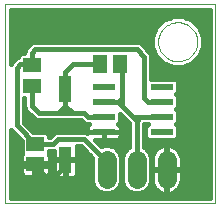
<source format=gtl>
G75*
G70*
%OFA0B0*%
%FSLAX24Y24*%
%IPPOS*%
%LPD*%
%AMOC8*
5,1,8,0,0,1.08239X$1,22.5*
%
%ADD10C,0.0000*%
%ADD11R,0.0780X0.0220*%
%ADD12R,0.0591X0.0512*%
%ADD13R,0.0512X0.0591*%
%ADD14C,0.0640*%
%ADD15R,0.0420X0.0860*%
%ADD16C,0.0160*%
%ADD17C,0.0436*%
D10*
X001572Y006097D02*
X001572Y012718D01*
X008567Y012718D01*
X008567Y006097D01*
X001572Y006097D01*
X006672Y011472D02*
X006674Y011522D01*
X006680Y011572D01*
X006690Y011622D01*
X006703Y011670D01*
X006720Y011718D01*
X006741Y011764D01*
X006765Y011808D01*
X006793Y011850D01*
X006824Y011890D01*
X006858Y011927D01*
X006895Y011962D01*
X006934Y011993D01*
X006975Y012022D01*
X007019Y012047D01*
X007065Y012069D01*
X007112Y012087D01*
X007160Y012101D01*
X007209Y012112D01*
X007259Y012119D01*
X007309Y012122D01*
X007360Y012121D01*
X007410Y012116D01*
X007460Y012107D01*
X007508Y012095D01*
X007556Y012078D01*
X007602Y012058D01*
X007647Y012035D01*
X007690Y012008D01*
X007730Y011978D01*
X007768Y011945D01*
X007803Y011909D01*
X007836Y011870D01*
X007865Y011829D01*
X007891Y011786D01*
X007914Y011741D01*
X007933Y011694D01*
X007948Y011646D01*
X007960Y011597D01*
X007968Y011547D01*
X007972Y011497D01*
X007972Y011447D01*
X007968Y011397D01*
X007960Y011347D01*
X007948Y011298D01*
X007933Y011250D01*
X007914Y011203D01*
X007891Y011158D01*
X007865Y011115D01*
X007836Y011074D01*
X007803Y011035D01*
X007768Y010999D01*
X007730Y010966D01*
X007690Y010936D01*
X007647Y010909D01*
X007602Y010886D01*
X007556Y010866D01*
X007508Y010849D01*
X007460Y010837D01*
X007410Y010828D01*
X007360Y010823D01*
X007309Y010822D01*
X007259Y010825D01*
X007209Y010832D01*
X007160Y010843D01*
X007112Y010857D01*
X007065Y010875D01*
X007019Y010897D01*
X006975Y010922D01*
X006934Y010951D01*
X006895Y010982D01*
X006858Y011017D01*
X006824Y011054D01*
X006793Y011094D01*
X006765Y011136D01*
X006741Y011180D01*
X006720Y011226D01*
X006703Y011274D01*
X006690Y011322D01*
X006680Y011372D01*
X006674Y011422D01*
X006672Y011472D01*
D11*
X006792Y009972D03*
X006792Y009472D03*
X006792Y008972D03*
X006792Y008472D03*
X004852Y008472D03*
X004852Y008972D03*
X004852Y009472D03*
X004852Y009972D03*
D12*
X002572Y008057D03*
X002572Y007387D03*
X002447Y010012D03*
X002447Y010682D03*
D13*
X004738Y010722D03*
X005407Y010722D03*
D14*
X004947Y007542D02*
X004947Y006902D01*
X005947Y006902D02*
X005947Y007542D01*
X006947Y007542D02*
X006947Y006902D01*
D15*
X003572Y007541D03*
X003572Y009903D03*
D16*
X003572Y010472D01*
X003822Y010722D01*
X004738Y010722D01*
X005407Y010722D02*
X005447Y010722D01*
X005447Y009597D01*
X005447Y009347D01*
X005322Y009472D01*
X005447Y009597D01*
X005322Y009472D02*
X004852Y009472D01*
X004852Y008972D02*
X004322Y008972D01*
X004197Y009097D01*
X003822Y009097D01*
X003572Y009347D01*
X003322Y009097D01*
X002697Y009097D01*
X002447Y009347D01*
X002447Y010012D01*
X002207Y009596D02*
X002207Y009299D01*
X002244Y009211D01*
X002561Y008893D01*
X002649Y008857D01*
X004098Y008857D01*
X004119Y008836D01*
X004186Y008768D01*
X004274Y008732D01*
X004362Y008732D01*
X004352Y008726D01*
X004318Y008692D01*
X004294Y008651D01*
X004282Y008606D01*
X004282Y008472D01*
X004852Y008472D01*
X004852Y008472D01*
X004282Y008472D01*
X004282Y008446D01*
X004245Y008462D01*
X003274Y008462D01*
X003186Y008425D01*
X003119Y008358D01*
X003057Y008297D01*
X003027Y008297D01*
X003027Y008379D01*
X002934Y008472D01*
X002496Y008472D01*
X002187Y008781D01*
X002187Y009596D01*
X002207Y009596D01*
X002207Y009584D02*
X002187Y009584D01*
X002187Y009425D02*
X002207Y009425D01*
X002221Y009267D02*
X002187Y009267D01*
X002187Y009108D02*
X002346Y009108D01*
X002187Y008950D02*
X002505Y008950D01*
X002187Y008791D02*
X004163Y008791D01*
X004290Y008633D02*
X002335Y008633D01*
X002494Y008474D02*
X004282Y008474D01*
X004197Y008222D02*
X004947Y007472D01*
X004947Y007222D01*
X004467Y006806D02*
X004540Y006630D01*
X004675Y006495D01*
X004852Y006422D01*
X005043Y006422D01*
X005219Y006495D01*
X005354Y006630D01*
X005427Y006806D01*
X005427Y007637D01*
X005354Y007814D01*
X005219Y007949D01*
X005043Y008022D01*
X004852Y008022D01*
X004770Y007988D01*
X004577Y008182D01*
X004852Y008182D01*
X004852Y008472D01*
X004852Y008472D01*
X005422Y008472D01*
X005422Y008606D01*
X005410Y008651D01*
X005386Y008692D01*
X005353Y008726D01*
X005340Y008733D01*
X005402Y008796D01*
X005402Y009052D01*
X005619Y008836D01*
X005686Y008768D01*
X005707Y008747D01*
X005707Y007962D01*
X005675Y007949D01*
X005540Y007814D01*
X005467Y007637D01*
X005467Y006806D01*
X005540Y006630D01*
X005675Y006495D01*
X005852Y006422D01*
X006043Y006422D01*
X006219Y006495D01*
X006354Y006630D01*
X006427Y006806D01*
X006427Y007637D01*
X006354Y007814D01*
X006219Y007949D01*
X006187Y007962D01*
X006187Y008732D01*
X006306Y008732D01*
X006316Y008722D01*
X006242Y008648D01*
X006242Y008296D01*
X006336Y008202D01*
X007248Y008202D01*
X007342Y008296D01*
X007342Y008648D01*
X007268Y008722D01*
X007342Y008796D01*
X007342Y009148D01*
X007268Y009222D01*
X007342Y009296D01*
X007342Y009648D01*
X007268Y009722D01*
X007342Y009796D01*
X007342Y010148D01*
X007248Y010242D01*
X006437Y010242D01*
X006437Y011020D01*
X006401Y011108D01*
X006151Y011358D01*
X006083Y011425D01*
X005995Y011462D01*
X002524Y011462D01*
X002436Y011425D01*
X002311Y011300D01*
X002244Y011233D01*
X002207Y011145D01*
X002207Y011097D01*
X002086Y011097D01*
X001992Y011004D01*
X001992Y010948D01*
X001936Y010925D01*
X001811Y010800D01*
X001752Y010741D01*
X001752Y012538D01*
X008387Y012538D01*
X008387Y006277D01*
X001752Y006277D01*
X001752Y008537D01*
X002117Y008172D01*
X002117Y007734D01*
X002120Y007731D01*
X002109Y007713D01*
X002097Y007667D01*
X002097Y007435D01*
X002524Y007435D01*
X002524Y007339D01*
X002620Y007339D01*
X002620Y006951D01*
X002891Y006951D01*
X002937Y006964D01*
X002978Y006987D01*
X003012Y007021D01*
X003035Y007062D01*
X003047Y007108D01*
X003047Y007339D01*
X002620Y007339D01*
X002620Y007435D01*
X003047Y007435D01*
X003047Y007667D01*
X003035Y007713D01*
X003024Y007731D01*
X003027Y007734D01*
X003027Y007817D01*
X003182Y007817D01*
X003182Y007566D01*
X003547Y007566D01*
X003547Y007516D01*
X003182Y007516D01*
X003182Y007087D01*
X003194Y007041D01*
X003218Y007000D01*
X003252Y006967D01*
X003293Y006943D01*
X003339Y006931D01*
X003547Y006931D01*
X003547Y007516D01*
X003597Y007516D01*
X003597Y007566D01*
X003962Y007566D01*
X003962Y007982D01*
X004098Y007982D01*
X004467Y007612D01*
X004467Y006806D01*
X004498Y006731D02*
X001752Y006731D01*
X001752Y006889D02*
X004467Y006889D01*
X004467Y007048D02*
X003952Y007048D01*
X003950Y007041D02*
X003962Y007087D01*
X003962Y007516D01*
X003597Y007516D01*
X003597Y006931D01*
X003806Y006931D01*
X003852Y006943D01*
X003893Y006967D01*
X003926Y007000D01*
X003950Y007041D01*
X003962Y007206D02*
X004467Y007206D01*
X004467Y007365D02*
X003962Y007365D01*
X003962Y007682D02*
X004398Y007682D01*
X004467Y007523D02*
X003597Y007523D01*
X003572Y007541D02*
X003572Y007347D01*
X003072Y006847D01*
X002572Y007347D01*
X002572Y007387D01*
X002524Y007365D02*
X001752Y007365D01*
X001752Y007523D02*
X002097Y007523D01*
X002101Y007682D02*
X001752Y007682D01*
X001752Y007840D02*
X002117Y007840D01*
X002117Y007999D02*
X001752Y007999D01*
X001752Y008157D02*
X002117Y008157D01*
X001973Y008316D02*
X001752Y008316D01*
X001752Y008474D02*
X001815Y008474D01*
X001947Y008682D02*
X002572Y008057D01*
X003157Y008057D01*
X003322Y008222D01*
X004197Y008222D01*
X004239Y007840D02*
X003962Y007840D01*
X003547Y007523D02*
X003047Y007523D01*
X003043Y007682D02*
X003182Y007682D01*
X003182Y007365D02*
X002620Y007365D01*
X002524Y007339D02*
X002524Y006951D01*
X002253Y006951D01*
X002207Y006964D01*
X002166Y006987D01*
X002133Y007021D01*
X002109Y007062D01*
X002097Y007108D01*
X002097Y007339D01*
X002524Y007339D01*
X002524Y007206D02*
X002620Y007206D01*
X002620Y007048D02*
X002524Y007048D01*
X002117Y007048D02*
X001752Y007048D01*
X001752Y007206D02*
X002097Y007206D01*
X001752Y006572D02*
X004598Y006572D01*
X005297Y006572D02*
X005598Y006572D01*
X005498Y006731D02*
X005396Y006731D01*
X005427Y006889D02*
X005467Y006889D01*
X005467Y007048D02*
X005427Y007048D01*
X005427Y007206D02*
X005467Y007206D01*
X005467Y007365D02*
X005427Y007365D01*
X005427Y007523D02*
X005467Y007523D01*
X005486Y007682D02*
X005409Y007682D01*
X005328Y007840D02*
X005567Y007840D01*
X005707Y007999D02*
X005098Y007999D01*
X005266Y008182D02*
X005312Y008194D01*
X005353Y008218D01*
X005386Y008251D01*
X005410Y008292D01*
X005422Y008338D01*
X005422Y008472D01*
X004852Y008472D01*
X004852Y008472D01*
X004852Y008182D01*
X005266Y008182D01*
X005416Y008316D02*
X005707Y008316D01*
X005707Y008474D02*
X005422Y008474D01*
X005415Y008633D02*
X005707Y008633D01*
X005663Y008791D02*
X005398Y008791D01*
X005402Y008950D02*
X005505Y008950D01*
X005822Y008972D02*
X005447Y009347D01*
X005822Y008972D02*
X006072Y008972D01*
X005947Y008847D01*
X005822Y008972D01*
X005947Y008847D02*
X005947Y007222D01*
X006427Y007206D02*
X006927Y007206D01*
X006927Y007202D02*
X006447Y007202D01*
X006447Y006863D01*
X006460Y006785D01*
X006484Y006710D01*
X006520Y006640D01*
X006566Y006576D01*
X006621Y006521D01*
X006685Y006474D01*
X006755Y006439D01*
X006830Y006414D01*
X006908Y006402D01*
X006927Y006402D01*
X006927Y007202D01*
X006927Y007242D01*
X006447Y007242D01*
X006447Y007581D01*
X006460Y007659D01*
X006484Y007734D01*
X006520Y007804D01*
X006566Y007868D01*
X006621Y007923D01*
X006685Y007970D01*
X006755Y008005D01*
X006830Y008030D01*
X006908Y008042D01*
X006927Y008042D01*
X006927Y007242D01*
X006967Y007242D01*
X006967Y008042D01*
X006987Y008042D01*
X007064Y008030D01*
X007139Y008005D01*
X007209Y007970D01*
X007273Y007923D01*
X007329Y007868D01*
X007375Y007804D01*
X007411Y007734D01*
X007435Y007659D01*
X007447Y007581D01*
X007447Y007242D01*
X006967Y007242D01*
X006967Y007202D01*
X006967Y006402D01*
X006987Y006402D01*
X007064Y006414D01*
X007139Y006439D01*
X007209Y006474D01*
X007273Y006521D01*
X007329Y006576D01*
X007375Y006640D01*
X007411Y006710D01*
X007435Y006785D01*
X007447Y006863D01*
X007447Y007202D01*
X006967Y007202D01*
X006927Y007202D01*
X006967Y007206D02*
X008387Y007206D01*
X008387Y007048D02*
X007447Y007048D01*
X007447Y006889D02*
X008387Y006889D01*
X008387Y006731D02*
X007417Y006731D01*
X007325Y006572D02*
X008387Y006572D01*
X008387Y006414D02*
X007062Y006414D01*
X006967Y006414D02*
X006927Y006414D01*
X006832Y006414D02*
X001752Y006414D01*
X003027Y007048D02*
X003193Y007048D01*
X003182Y007206D02*
X003047Y007206D01*
X003547Y007206D02*
X003597Y007206D01*
X003597Y007048D02*
X003547Y007048D01*
X003547Y007365D02*
X003597Y007365D01*
X003077Y008316D02*
X003027Y008316D01*
X003322Y009097D02*
X003572Y009097D01*
X003572Y009347D01*
X003572Y009903D01*
X003572Y009097D02*
X003822Y009097D01*
X004601Y008157D02*
X005707Y008157D01*
X006187Y008157D02*
X008387Y008157D01*
X008387Y008316D02*
X007342Y008316D01*
X007342Y008474D02*
X008387Y008474D01*
X008387Y008633D02*
X007342Y008633D01*
X007338Y008791D02*
X008387Y008791D01*
X008387Y008950D02*
X007342Y008950D01*
X007342Y009108D02*
X008387Y009108D01*
X008387Y009267D02*
X007313Y009267D01*
X007342Y009425D02*
X008387Y009425D01*
X008387Y009584D02*
X007342Y009584D01*
X007289Y009742D02*
X008387Y009742D01*
X008387Y009901D02*
X007342Y009901D01*
X007342Y010059D02*
X008387Y010059D01*
X008387Y010218D02*
X007272Y010218D01*
X007372Y010622D02*
X007153Y010622D01*
X006841Y010751D01*
X006841Y010751D01*
X006602Y010990D01*
X006602Y010990D01*
X006472Y011303D01*
X006472Y011641D01*
X006602Y011953D01*
X006602Y011953D01*
X006841Y012192D01*
X006841Y012192D01*
X007153Y012322D01*
X007491Y012322D01*
X007804Y012192D01*
X007804Y012192D01*
X008043Y011953D01*
X008043Y011953D01*
X008172Y011641D01*
X008172Y011303D01*
X008043Y010990D01*
X008043Y010990D01*
X007804Y010751D01*
X007804Y010751D01*
X007491Y010622D01*
X007372Y010622D01*
X007491Y010622D02*
X007491Y010622D01*
X007664Y010693D02*
X008387Y010693D01*
X008387Y010535D02*
X006437Y010535D01*
X006437Y010693D02*
X006981Y010693D01*
X006740Y010852D02*
X006437Y010852D01*
X006437Y011010D02*
X006593Y011010D01*
X006528Y011169D02*
X006340Y011169D01*
X006472Y011327D02*
X006181Y011327D01*
X005947Y011222D02*
X006197Y010972D01*
X006197Y009597D01*
X006322Y009472D01*
X006792Y009472D01*
X006792Y008972D02*
X006072Y008972D01*
X006187Y008633D02*
X006242Y008633D01*
X006242Y008474D02*
X006187Y008474D01*
X006187Y008316D02*
X006242Y008316D01*
X006187Y007999D02*
X006743Y007999D01*
X006546Y007840D02*
X006328Y007840D01*
X006409Y007682D02*
X006467Y007682D01*
X006447Y007523D02*
X006427Y007523D01*
X006427Y007365D02*
X006447Y007365D01*
X006427Y007048D02*
X006447Y007048D01*
X006447Y006889D02*
X006427Y006889D01*
X006396Y006731D02*
X006477Y006731D01*
X006570Y006572D02*
X006297Y006572D01*
X006927Y006572D02*
X006967Y006572D01*
X006967Y006731D02*
X006927Y006731D01*
X006927Y006889D02*
X006967Y006889D01*
X006967Y007048D02*
X006927Y007048D01*
X006927Y007365D02*
X006967Y007365D01*
X006967Y007523D02*
X006927Y007523D01*
X006927Y007682D02*
X006967Y007682D01*
X006967Y007840D02*
X006927Y007840D01*
X006927Y007999D02*
X006967Y007999D01*
X007152Y007999D02*
X008387Y007999D01*
X008387Y007840D02*
X007348Y007840D01*
X007427Y007682D02*
X008387Y007682D01*
X008387Y007523D02*
X007447Y007523D01*
X007447Y007365D02*
X008387Y007365D01*
X008387Y010376D02*
X006437Y010376D01*
X005947Y011222D02*
X002572Y011222D01*
X002447Y011097D01*
X002447Y010722D01*
X002072Y010722D01*
X001947Y010597D01*
X001947Y008682D01*
X002447Y010682D02*
X002447Y010722D01*
X002217Y011169D02*
X001752Y011169D01*
X001752Y011327D02*
X002338Y011327D01*
X001999Y011010D02*
X001752Y011010D01*
X001752Y010852D02*
X001863Y010852D01*
X001752Y011486D02*
X006472Y011486D01*
X006474Y011644D02*
X001752Y011644D01*
X001752Y011803D02*
X006539Y011803D01*
X006610Y011961D02*
X001752Y011961D01*
X001752Y012120D02*
X006768Y012120D01*
X007048Y012278D02*
X001752Y012278D01*
X001752Y012437D02*
X008387Y012437D01*
X008387Y012278D02*
X007596Y012278D01*
X007876Y012120D02*
X008387Y012120D01*
X008387Y011961D02*
X008035Y011961D01*
X008105Y011803D02*
X008387Y011803D01*
X008387Y011644D02*
X008171Y011644D01*
X008172Y011486D02*
X008387Y011486D01*
X008387Y011327D02*
X008172Y011327D01*
X008117Y011169D02*
X008387Y011169D01*
X008387Y011010D02*
X008051Y011010D01*
X007904Y010852D02*
X008387Y010852D01*
X004852Y008316D02*
X004852Y008316D01*
X004796Y007999D02*
X004760Y007999D01*
D17*
X003752Y008667D03*
X003072Y006847D03*
M02*

</source>
